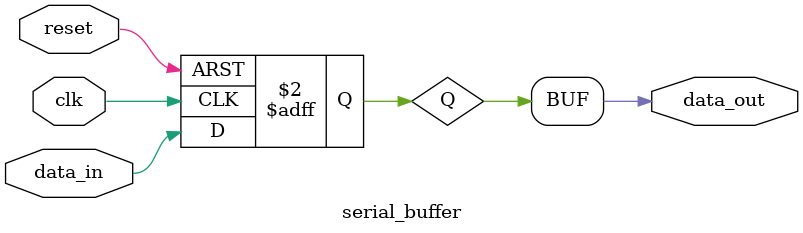
<source format=v>
/*	Joanna Mazer
	EE 371 Peckol Winter 2016
	Project 3: Extending a Microprocessor
	serial_buffer.v
	
	This verilog module functions as a simple buffer
	to provide additional signal integrity to the serial 
	input and to the serial output of the system.
*/

module serial_buffer (clk, reset, data_in, data_out);
	input 	clk, reset, data_in;
	output 	data_out; 

	reg Q;

	always @(posedge clk or posedge reset) begin
		if (reset) begin
			Q <= 1'b0;			
		end
		else begin
			Q <= data_in;
		end
	end

	assign data_out = Q; 

endmodule 
</source>
